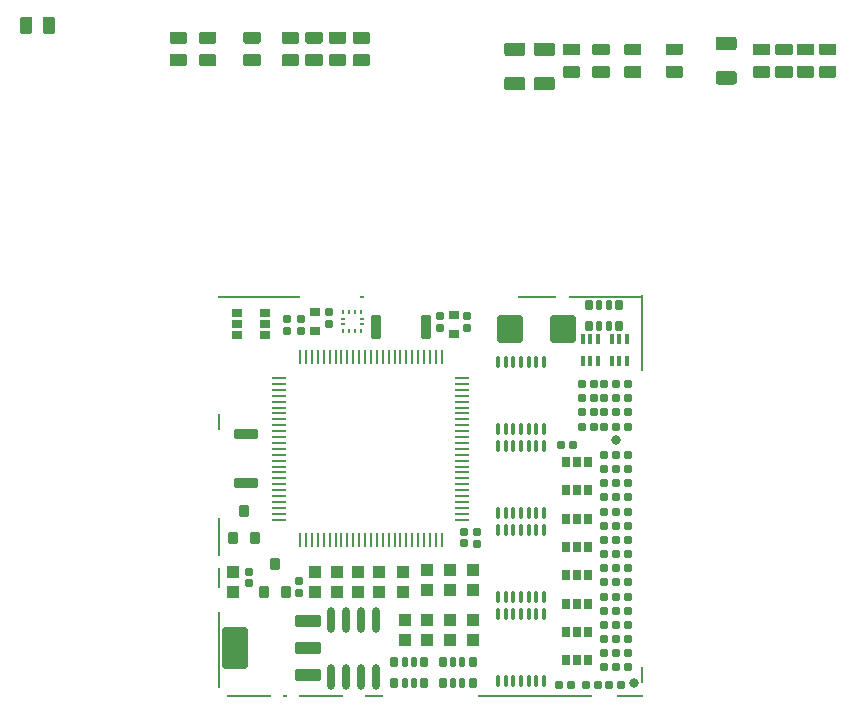
<source format=gtp>
G75*
G70*
%OFA0B0*%
%FSLAX25Y25*%
%IPPOS*%
%LPD*%
%AMOC8*
5,1,8,0,0,1.08239X$1,22.5*
%
%AMM59*
21,1,0.025590,0.026380,-0.000000,0.000000,0.000000*
21,1,0.020470,0.031500,-0.000000,0.000000,0.000000*
1,1,0.005120,0.010240,-0.013190*
1,1,0.005120,-0.010240,-0.013190*
1,1,0.005120,-0.010240,0.013190*
1,1,0.005120,0.010240,0.013190*
%
%AMM60*
21,1,0.017720,0.027950,-0.000000,0.000000,0.000000*
21,1,0.014170,0.031500,-0.000000,0.000000,0.000000*
1,1,0.003540,0.007090,-0.013980*
1,1,0.003540,-0.007090,-0.013980*
1,1,0.003540,-0.007090,0.013980*
1,1,0.003540,0.007090,0.013980*
%
%AMM61*
21,1,0.012600,0.028980,-0.000000,0.000000,180.000000*
21,1,0.010080,0.031500,-0.000000,0.000000,180.000000*
1,1,0.002520,-0.005040,0.014490*
1,1,0.002520,0.005040,0.014490*
1,1,0.002520,0.005040,-0.014490*
1,1,0.002520,-0.005040,-0.014490*
%
%AMM62*
21,1,0.023620,0.030710,-0.000000,0.000000,270.000000*
21,1,0.018900,0.035430,-0.000000,0.000000,270.000000*
1,1,0.004720,-0.015350,-0.009450*
1,1,0.004720,-0.015350,0.009450*
1,1,0.004720,0.015350,0.009450*
1,1,0.004720,0.015350,-0.009450*
%
%AMM63*
21,1,0.027560,0.018900,-0.000000,0.000000,180.000000*
21,1,0.022840,0.023620,-0.000000,0.000000,180.000000*
1,1,0.004720,-0.011420,0.009450*
1,1,0.004720,0.011420,0.009450*
1,1,0.004720,0.011420,-0.009450*
1,1,0.004720,-0.011420,-0.009450*
%
%AMM64*
21,1,0.031500,0.072440,-0.000000,0.000000,180.000000*
21,1,0.025200,0.078740,-0.000000,0.000000,180.000000*
1,1,0.006300,-0.012600,0.036220*
1,1,0.006300,0.012600,0.036220*
1,1,0.006300,0.012600,-0.036220*
1,1,0.006300,-0.012600,-0.036220*
%
%AMM65*
21,1,0.027560,0.018900,-0.000000,0.000000,270.000000*
21,1,0.022840,0.023620,-0.000000,0.000000,270.000000*
1,1,0.004720,-0.009450,-0.011420*
1,1,0.004720,-0.009450,0.011420*
1,1,0.004720,0.009450,0.011420*
1,1,0.004720,0.009450,-0.011420*
%
%AMM66*
21,1,0.023620,0.030710,-0.000000,0.000000,0.000000*
21,1,0.018900,0.035430,-0.000000,0.000000,0.000000*
1,1,0.004720,0.009450,-0.015350*
1,1,0.004720,-0.009450,-0.015350*
1,1,0.004720,-0.009450,0.015350*
1,1,0.004720,0.009450,0.015350*
%
%AMM67*
21,1,0.035430,0.030320,-0.000000,0.000000,0.000000*
21,1,0.028350,0.037400,-0.000000,0.000000,0.000000*
1,1,0.007090,0.014170,-0.015160*
1,1,0.007090,-0.014170,-0.015160*
1,1,0.007090,-0.014170,0.015160*
1,1,0.007090,0.014170,0.015160*
%
%AMM68*
21,1,0.043310,0.075980,-0.000000,0.000000,90.000000*
21,1,0.034650,0.084650,-0.000000,0.000000,90.000000*
1,1,0.008660,0.037990,0.017320*
1,1,0.008660,0.037990,-0.017320*
1,1,0.008660,-0.037990,-0.017320*
1,1,0.008660,-0.037990,0.017320*
%
%AMM69*
21,1,0.039370,0.035430,-0.000000,0.000000,90.000000*
21,1,0.031500,0.043310,-0.000000,0.000000,90.000000*
1,1,0.007870,0.017720,0.015750*
1,1,0.007870,0.017720,-0.015750*
1,1,0.007870,-0.017720,-0.015750*
1,1,0.007870,-0.017720,0.015750*
%
%AMM70*
21,1,0.027560,0.030710,-0.000000,0.000000,90.000000*
21,1,0.022050,0.036220,-0.000000,0.000000,90.000000*
1,1,0.005510,0.015350,0.011020*
1,1,0.005510,0.015350,-0.011020*
1,1,0.005510,-0.015350,-0.011020*
1,1,0.005510,-0.015350,0.011020*
%
%AMM71*
21,1,0.031500,0.072440,-0.000000,0.000000,90.000000*
21,1,0.025200,0.078740,-0.000000,0.000000,90.000000*
1,1,0.006300,0.036220,0.012600*
1,1,0.006300,0.036220,-0.012600*
1,1,0.006300,-0.036220,-0.012600*
1,1,0.006300,-0.036220,0.012600*
%
%AMM72*
21,1,0.137800,0.067720,-0.000000,0.000000,90.000000*
21,1,0.120870,0.084650,-0.000000,0.000000,90.000000*
1,1,0.016930,0.033860,0.060430*
1,1,0.016930,0.033860,-0.060430*
1,1,0.016930,-0.033860,-0.060430*
1,1,0.016930,-0.033860,0.060430*
%
%AMM73*
21,1,0.043310,0.075990,-0.000000,0.000000,90.000000*
21,1,0.034650,0.084650,-0.000000,0.000000,90.000000*
1,1,0.008660,0.037990,0.017320*
1,1,0.008660,0.037990,-0.017320*
1,1,0.008660,-0.037990,-0.017320*
1,1,0.008660,-0.037990,0.017320*
%
%AMM74*
21,1,0.086610,0.073230,-0.000000,0.000000,180.000000*
21,1,0.069290,0.090550,-0.000000,0.000000,180.000000*
1,1,0.017320,-0.034650,0.036610*
1,1,0.017320,0.034650,0.036610*
1,1,0.017320,0.034650,-0.036610*
1,1,0.017320,-0.034650,-0.036610*
%
%ADD13R,0.14567X0.00787*%
%ADD14R,0.01575X0.00787*%
%ADD147M59*%
%ADD148M60*%
%ADD149M61*%
%ADD15R,0.06299X0.00787*%
%ADD150O,0.01181X0.04331*%
%ADD151M62*%
%ADD152M63*%
%ADD153M64*%
%ADD154M65*%
%ADD155M66*%
%ADD156M67*%
%ADD157O,0.02362X0.08661*%
%ADD158M68*%
%ADD159M69*%
%ADD16R,0.38189X0.00787*%
%ADD160M70*%
%ADD161M71*%
%ADD162M72*%
%ADD163M73*%
%ADD164M74*%
%ADD17R,0.09055X0.00787*%
%ADD18R,0.00787X0.05512*%
%ADD19R,0.00787X0.25197*%
%ADD20R,0.00787X0.06693*%
%ADD21R,0.00787X0.12992*%
%ADD22R,0.27559X0.00787*%
%ADD23R,0.12992X0.00787*%
%ADD24R,0.24803X0.00787*%
%ADD25C,0.03150*%
%ADD39O,0.04724X0.00866*%
%ADD40O,0.00866X0.04724*%
%ADD57R,0.01378X0.00984*%
%ADD58R,0.00984X0.01378*%
X0000000Y0000000D02*
%LPD*%
G01*
G36*
G01*
X0129429Y0267520D02*
X0134350Y0267520D01*
G75*
G02*
X0134744Y0267126I0000000J-000394D01*
G01*
X0134744Y0263976D01*
G75*
G02*
X0134350Y0263583I-000394J0000000D01*
G01*
X0129429Y0263583D01*
G75*
G02*
X0129035Y0263976I0000000J0000394D01*
G01*
X0129035Y0267126D01*
G75*
G02*
X0129429Y0267520I0000394J0000000D01*
G01*
G37*
G36*
G01*
X0129429Y0260039D02*
X0134350Y0260039D01*
G75*
G02*
X0134744Y0259646I0000000J-000394D01*
G01*
X0134744Y0256496D01*
G75*
G02*
X0134350Y0256102I-000394J0000000D01*
G01*
X0129429Y0256102D01*
G75*
G02*
X0129035Y0256496I0000000J0000394D01*
G01*
X0129035Y0259646D01*
G75*
G02*
X0129429Y0260039I0000394J0000000D01*
G01*
G37*
G36*
G01*
X0034035Y0267224D02*
X0034035Y0272146D01*
G75*
G02*
X0034429Y0272539I0000394J0000000D01*
G01*
X0037579Y0272539D01*
G75*
G02*
X0037972Y0272146I0000000J-000394D01*
G01*
X0037972Y0267224D01*
G75*
G02*
X0037579Y0266831I-000394J0000000D01*
G01*
X0034429Y0266831D01*
G75*
G02*
X0034035Y0267224I0000000J0000394D01*
G01*
G37*
G36*
G01*
X0041516Y0267224D02*
X0041516Y0272146D01*
G75*
G02*
X0041910Y0272539I0000394J0000000D01*
G01*
X0045059Y0272539D01*
G75*
G02*
X0045453Y0272146I0000000J-000394D01*
G01*
X0045453Y0267224D01*
G75*
G02*
X0045059Y0266831I-000394J0000000D01*
G01*
X0041910Y0266831D01*
G75*
G02*
X0041516Y0267224I0000000J0000394D01*
G01*
G37*
G36*
G01*
X0121555Y0267520D02*
X0126476Y0267520D01*
G75*
G02*
X0126870Y0267126I0000000J-000394D01*
G01*
X0126870Y0263976D01*
G75*
G02*
X0126476Y0263583I-000394J0000000D01*
G01*
X0121555Y0263583D01*
G75*
G02*
X0121161Y0263976I0000000J0000394D01*
G01*
X0121161Y0267126D01*
G75*
G02*
X0121555Y0267520I0000394J0000000D01*
G01*
G37*
G36*
G01*
X0121555Y0260039D02*
X0126476Y0260039D01*
G75*
G02*
X0126870Y0259646I0000000J-000394D01*
G01*
X0126870Y0256496D01*
G75*
G02*
X0126476Y0256102I-000394J0000000D01*
G01*
X0121555Y0256102D01*
G75*
G02*
X0121161Y0256496I0000000J0000394D01*
G01*
X0121161Y0259646D01*
G75*
G02*
X0121555Y0260039I0000394J0000000D01*
G01*
G37*
G36*
G01*
X0084154Y0267520D02*
X0089075Y0267520D01*
G75*
G02*
X0089469Y0267126I0000000J-000394D01*
G01*
X0089469Y0263976D01*
G75*
G02*
X0089075Y0263583I-000394J0000000D01*
G01*
X0084154Y0263583D01*
G75*
G02*
X0083760Y0263976I0000000J0000394D01*
G01*
X0083760Y0267126D01*
G75*
G02*
X0084154Y0267520I0000394J0000000D01*
G01*
G37*
G36*
G01*
X0084154Y0260039D02*
X0089075Y0260039D01*
G75*
G02*
X0089469Y0259646I0000000J-000394D01*
G01*
X0089469Y0256496D01*
G75*
G02*
X0089075Y0256102I-000394J0000000D01*
G01*
X0084154Y0256102D01*
G75*
G02*
X0083760Y0256496I0000000J0000394D01*
G01*
X0083760Y0259646D01*
G75*
G02*
X0084154Y0260039I0000394J0000000D01*
G01*
G37*
G36*
G01*
X0205118Y0260256D02*
X0205118Y0262972D01*
G75*
G02*
X0206024Y0263878I0000906J0000000D01*
G01*
X0211299Y0263878D01*
G75*
G02*
X0212205Y0262972I0000000J-000906D01*
G01*
X0212205Y0260256D01*
G75*
G02*
X0211299Y0259350I-000906J0000000D01*
G01*
X0206024Y0259350D01*
G75*
G02*
X0205118Y0260256I0000000J0000906D01*
G01*
G37*
G36*
G01*
X0205118Y0248839D02*
X0205118Y0251555D01*
G75*
G02*
X0206024Y0252461I0000906J0000000D01*
G01*
X0211299Y0252461D01*
G75*
G02*
X0212205Y0251555I0000000J-000906D01*
G01*
X0212205Y0248839D01*
G75*
G02*
X0211299Y0247933I-000906J0000000D01*
G01*
X0206024Y0247933D01*
G75*
G02*
X0205118Y0248839I0000000J0000906D01*
G01*
G37*
G36*
G01*
X0108760Y0267520D02*
X0113681Y0267520D01*
G75*
G02*
X0114075Y0267126I0000000J-000394D01*
G01*
X0114075Y0263976D01*
G75*
G02*
X0113681Y0263583I-000394J0000000D01*
G01*
X0108760Y0263583D01*
G75*
G02*
X0108366Y0263976I0000000J0000394D01*
G01*
X0108366Y0267126D01*
G75*
G02*
X0108760Y0267520I0000394J0000000D01*
G01*
G37*
G36*
G01*
X0108760Y0260039D02*
X0113681Y0260039D01*
G75*
G02*
X0114075Y0259646I0000000J-000394D01*
G01*
X0114075Y0256496D01*
G75*
G02*
X0113681Y0256102I-000394J0000000D01*
G01*
X0108760Y0256102D01*
G75*
G02*
X0108366Y0256496I0000000J0000394D01*
G01*
X0108366Y0259646D01*
G75*
G02*
X0108760Y0260039I0000394J0000000D01*
G01*
G37*
G36*
G01*
X0265748Y0262224D02*
X0265748Y0264941D01*
G75*
G02*
X0266654Y0265846I0000906J0000000D01*
G01*
X0271929Y0265846D01*
G75*
G02*
X0272835Y0264941I0000000J-000906D01*
G01*
X0272835Y0262224D01*
G75*
G02*
X0271929Y0261319I-000906J0000000D01*
G01*
X0266654Y0261319D01*
G75*
G02*
X0265748Y0262224I0000000J0000906D01*
G01*
G37*
G36*
G01*
X0265748Y0250807D02*
X0265748Y0253524D01*
G75*
G02*
X0266654Y0254429I0000906J0000000D01*
G01*
X0271929Y0254429D01*
G75*
G02*
X0272835Y0253524I0000000J-000906D01*
G01*
X0272835Y0250807D01*
G75*
G02*
X0271929Y0249902I-000906J0000000D01*
G01*
X0266654Y0249902D01*
G75*
G02*
X0265748Y0250807I0000000J0000906D01*
G01*
G37*
G36*
G01*
X0195276Y0260256D02*
X0195276Y0262972D01*
G75*
G02*
X0196181Y0263878I0000906J0000000D01*
G01*
X0201457Y0263878D01*
G75*
G02*
X0202362Y0262972I0000000J-000906D01*
G01*
X0202362Y0260256D01*
G75*
G02*
X0201457Y0259350I-000906J0000000D01*
G01*
X0196181Y0259350D01*
G75*
G02*
X0195276Y0260256I0000000J0000906D01*
G01*
G37*
G36*
G01*
X0195276Y0248839D02*
X0195276Y0251555D01*
G75*
G02*
X0196181Y0252461I0000906J0000000D01*
G01*
X0201457Y0252461D01*
G75*
G02*
X0202362Y0251555I0000000J-000906D01*
G01*
X0202362Y0248839D01*
G75*
G02*
X0201457Y0247933I-000906J0000000D01*
G01*
X0196181Y0247933D01*
G75*
G02*
X0195276Y0248839I0000000J0000906D01*
G01*
G37*
G36*
G01*
X0249508Y0263583D02*
X0254429Y0263583D01*
G75*
G02*
X0254823Y0263189I0000000J-000394D01*
G01*
X0254823Y0260039D01*
G75*
G02*
X0254429Y0259646I-000394J0000000D01*
G01*
X0249508Y0259646D01*
G75*
G02*
X0249114Y0260039I0000000J0000394D01*
G01*
X0249114Y0263189D01*
G75*
G02*
X0249508Y0263583I0000394J0000000D01*
G01*
G37*
G36*
G01*
X0249508Y0256102D02*
X0254429Y0256102D01*
G75*
G02*
X0254823Y0255709I0000000J-000394D01*
G01*
X0254823Y0252559D01*
G75*
G02*
X0254429Y0252165I-000394J0000000D01*
G01*
X0249508Y0252165D01*
G75*
G02*
X0249114Y0252559I0000000J0000394D01*
G01*
X0249114Y0255709D01*
G75*
G02*
X0249508Y0256102I0000394J0000000D01*
G01*
G37*
G36*
G01*
X0145177Y0267520D02*
X0150098Y0267520D01*
G75*
G02*
X0150492Y0267126I0000000J-000394D01*
G01*
X0150492Y0263976D01*
G75*
G02*
X0150098Y0263583I-000394J0000000D01*
G01*
X0145177Y0263583D01*
G75*
G02*
X0144783Y0263976I0000000J0000394D01*
G01*
X0144783Y0267126D01*
G75*
G02*
X0145177Y0267520I0000394J0000000D01*
G01*
G37*
G36*
G01*
X0145177Y0260039D02*
X0150098Y0260039D01*
G75*
G02*
X0150492Y0259646I0000000J-000394D01*
G01*
X0150492Y0256496D01*
G75*
G02*
X0150098Y0256102I-000394J0000000D01*
G01*
X0145177Y0256102D01*
G75*
G02*
X0144783Y0256496I0000000J0000394D01*
G01*
X0144783Y0259646D01*
G75*
G02*
X0145177Y0260039I0000394J0000000D01*
G01*
G37*
G36*
G01*
X0300689Y0263583D02*
X0305610Y0263583D01*
G75*
G02*
X0306004Y0263189I0000000J-000394D01*
G01*
X0306004Y0260039D01*
G75*
G02*
X0305610Y0259646I-000394J0000000D01*
G01*
X0300689Y0259646D01*
G75*
G02*
X0300295Y0260039I0000000J0000394D01*
G01*
X0300295Y0263189D01*
G75*
G02*
X0300689Y0263583I0000394J0000000D01*
G01*
G37*
G36*
G01*
X0300689Y0256102D02*
X0305610Y0256102D01*
G75*
G02*
X0306004Y0255709I0000000J-000394D01*
G01*
X0306004Y0252559D01*
G75*
G02*
X0305610Y0252165I-000394J0000000D01*
G01*
X0300689Y0252165D01*
G75*
G02*
X0300295Y0252559I0000000J0000394D01*
G01*
X0300295Y0255709D01*
G75*
G02*
X0300689Y0256102I0000394J0000000D01*
G01*
G37*
G36*
G01*
X0278642Y0263583D02*
X0283563Y0263583D01*
G75*
G02*
X0283957Y0263189I0000000J-000394D01*
G01*
X0283957Y0260039D01*
G75*
G02*
X0283563Y0259646I-000394J0000000D01*
G01*
X0278642Y0259646D01*
G75*
G02*
X0278248Y0260039I0000000J0000394D01*
G01*
X0278248Y0263189D01*
G75*
G02*
X0278642Y0263583I0000394J0000000D01*
G01*
G37*
G36*
G01*
X0278642Y0256102D02*
X0283563Y0256102D01*
G75*
G02*
X0283957Y0255709I0000000J-000394D01*
G01*
X0283957Y0252559D01*
G75*
G02*
X0283563Y0252165I-000394J0000000D01*
G01*
X0278642Y0252165D01*
G75*
G02*
X0278248Y0252559I0000000J0000394D01*
G01*
X0278248Y0255709D01*
G75*
G02*
X0278642Y0256102I0000394J0000000D01*
G01*
G37*
G36*
G01*
X0286122Y0263583D02*
X0291043Y0263583D01*
G75*
G02*
X0291437Y0263189I0000000J-000394D01*
G01*
X0291437Y0260039D01*
G75*
G02*
X0291043Y0259646I-000394J0000000D01*
G01*
X0286122Y0259646D01*
G75*
G02*
X0285728Y0260039I0000000J0000394D01*
G01*
X0285728Y0263189D01*
G75*
G02*
X0286122Y0263583I0000394J0000000D01*
G01*
G37*
G36*
G01*
X0286122Y0256102D02*
X0291043Y0256102D01*
G75*
G02*
X0291437Y0255709I0000000J-000394D01*
G01*
X0291437Y0252559D01*
G75*
G02*
X0291043Y0252165I-000394J0000000D01*
G01*
X0286122Y0252165D01*
G75*
G02*
X0285728Y0252559I0000000J0000394D01*
G01*
X0285728Y0255709D01*
G75*
G02*
X0286122Y0256102I0000394J0000000D01*
G01*
G37*
G36*
G01*
X0137303Y0267520D02*
X0142224Y0267520D01*
G75*
G02*
X0142618Y0267126I0000000J-000394D01*
G01*
X0142618Y0263976D01*
G75*
G02*
X0142224Y0263583I-000394J0000000D01*
G01*
X0137303Y0263583D01*
G75*
G02*
X0136909Y0263976I0000000J0000394D01*
G01*
X0136909Y0267126D01*
G75*
G02*
X0137303Y0267520I0000394J0000000D01*
G01*
G37*
G36*
G01*
X0137303Y0260039D02*
X0142224Y0260039D01*
G75*
G02*
X0142618Y0259646I0000000J-000394D01*
G01*
X0142618Y0256496D01*
G75*
G02*
X0142224Y0256102I-000394J0000000D01*
G01*
X0137303Y0256102D01*
G75*
G02*
X0136909Y0256496I0000000J0000394D01*
G01*
X0136909Y0259646D01*
G75*
G02*
X0137303Y0260039I0000394J0000000D01*
G01*
G37*
G36*
G01*
X0293209Y0263583D02*
X0298130Y0263583D01*
G75*
G02*
X0298524Y0263189I0000000J-000394D01*
G01*
X0298524Y0260039D01*
G75*
G02*
X0298130Y0259646I-000394J0000000D01*
G01*
X0293209Y0259646D01*
G75*
G02*
X0292815Y0260039I0000000J0000394D01*
G01*
X0292815Y0263189D01*
G75*
G02*
X0293209Y0263583I0000394J0000000D01*
G01*
G37*
G36*
G01*
X0293209Y0256102D02*
X0298130Y0256102D01*
G75*
G02*
X0298524Y0255709I0000000J-000394D01*
G01*
X0298524Y0252559D01*
G75*
G02*
X0298130Y0252165I-000394J0000000D01*
G01*
X0293209Y0252165D01*
G75*
G02*
X0292815Y0252559I0000000J0000394D01*
G01*
X0292815Y0255709D01*
G75*
G02*
X0293209Y0256102I0000394J0000000D01*
G01*
G37*
G36*
G01*
X0093996Y0267520D02*
X0098917Y0267520D01*
G75*
G02*
X0099311Y0267126I0000000J-000394D01*
G01*
X0099311Y0263976D01*
G75*
G02*
X0098917Y0263583I-000394J0000000D01*
G01*
X0093996Y0263583D01*
G75*
G02*
X0093602Y0263976I0000000J0000394D01*
G01*
X0093602Y0267126D01*
G75*
G02*
X0093996Y0267520I0000394J0000000D01*
G01*
G37*
G36*
G01*
X0093996Y0260039D02*
X0098917Y0260039D01*
G75*
G02*
X0099311Y0259646I0000000J-000394D01*
G01*
X0099311Y0256496D01*
G75*
G02*
X0098917Y0256102I-000394J0000000D01*
G01*
X0093996Y0256102D01*
G75*
G02*
X0093602Y0256496I0000000J0000394D01*
G01*
X0093602Y0259646D01*
G75*
G02*
X0093996Y0260039I0000394J0000000D01*
G01*
G37*
G36*
G01*
X0225098Y0263583D02*
X0230020Y0263583D01*
G75*
G02*
X0230413Y0263189I0000000J-000394D01*
G01*
X0230413Y0260039D01*
G75*
G02*
X0230020Y0259646I-000394J0000000D01*
G01*
X0225098Y0259646D01*
G75*
G02*
X0224705Y0260039I0000000J0000394D01*
G01*
X0224705Y0263189D01*
G75*
G02*
X0225098Y0263583I0000394J0000000D01*
G01*
G37*
G36*
G01*
X0225098Y0256102D02*
X0230020Y0256102D01*
G75*
G02*
X0230413Y0255709I0000000J-000394D01*
G01*
X0230413Y0252559D01*
G75*
G02*
X0230020Y0252165I-000394J0000000D01*
G01*
X0225098Y0252165D01*
G75*
G02*
X0224705Y0252559I0000000J0000394D01*
G01*
X0224705Y0255709D01*
G75*
G02*
X0225098Y0256102I0000394J0000000D01*
G01*
G37*
G36*
G01*
X0235728Y0263583D02*
X0240650Y0263583D01*
G75*
G02*
X0241043Y0263189I0000000J-000394D01*
G01*
X0241043Y0260039D01*
G75*
G02*
X0240650Y0259646I-000394J0000000D01*
G01*
X0235728Y0259646D01*
G75*
G02*
X0235335Y0260039I0000000J0000394D01*
G01*
X0235335Y0263189D01*
G75*
G02*
X0235728Y0263583I0000394J0000000D01*
G01*
G37*
G36*
G01*
X0235728Y0256102D02*
X0240650Y0256102D01*
G75*
G02*
X0241043Y0255709I0000000J-000394D01*
G01*
X0241043Y0252559D01*
G75*
G02*
X0240650Y0252165I-000394J0000000D01*
G01*
X0235728Y0252165D01*
G75*
G02*
X0235335Y0252559I0000000J0000394D01*
G01*
X0235335Y0255709D01*
G75*
G02*
X0235728Y0256102I0000394J0000000D01*
G01*
G37*
G36*
G01*
X0215256Y0263583D02*
X0220177Y0263583D01*
G75*
G02*
X0220571Y0263189I0000000J-000394D01*
G01*
X0220571Y0260039D01*
G75*
G02*
X0220177Y0259646I-000394J0000000D01*
G01*
X0215256Y0259646D01*
G75*
G02*
X0214862Y0260039I0000000J0000394D01*
G01*
X0214862Y0263189D01*
G75*
G02*
X0215256Y0263583I0000394J0000000D01*
G01*
G37*
G36*
G01*
X0215256Y0256102D02*
X0220177Y0256102D01*
G75*
G02*
X0220571Y0255709I0000000J-000394D01*
G01*
X0220571Y0252559D01*
G75*
G02*
X0220177Y0252165I-000394J0000000D01*
G01*
X0215256Y0252165D01*
G75*
G02*
X0214862Y0252559I0000000J0000394D01*
G01*
X0214862Y0255709D01*
G75*
G02*
X0215256Y0256102I0000394J0000000D01*
G01*
G37*
X0241634Y0045768D02*
G01*
G75*
D40*
X0129232Y0158994D02*
D03*
X0144981Y0097970D02*
D03*
X0127264Y0158994D02*
D03*
X0131201Y0158994D02*
D03*
X0133169Y0158994D02*
D03*
X0135138Y0158994D02*
D03*
X0137106Y0158994D02*
D03*
X0139075Y0158994D02*
D03*
X0141043Y0158994D02*
D03*
X0143012Y0158994D02*
D03*
X0144981Y0158994D02*
D03*
X0146949Y0158994D02*
D03*
X0148918Y0158994D02*
D03*
X0150886Y0158994D02*
D03*
X0152855Y0158994D02*
D03*
X0154823Y0158994D02*
D03*
X0156792Y0158994D02*
D03*
X0158760Y0158994D02*
D03*
X0160729Y0158994D02*
D03*
X0162697Y0158994D02*
D03*
X0164666Y0158994D02*
D03*
X0166634Y0158994D02*
D03*
X0168602Y0158994D02*
D03*
X0170571Y0158994D02*
D03*
X0172539Y0158994D02*
D03*
X0174508Y0158994D02*
D03*
X0174508Y0097970D02*
D03*
X0172539Y0097970D02*
D03*
X0170571Y0097970D02*
D03*
X0168602Y0097970D02*
D03*
X0166634Y0097970D02*
D03*
X0164666Y0097970D02*
D03*
X0162697Y0097970D02*
D03*
X0160729Y0097970D02*
D03*
X0158760Y0097970D02*
D03*
X0156792Y0097970D02*
D03*
X0154823Y0097970D02*
D03*
X0152855Y0097970D02*
D03*
X0150886Y0097970D02*
D03*
X0148918Y0097970D02*
D03*
X0146949Y0097970D02*
D03*
X0143012Y0097970D02*
D03*
X0141043Y0097970D02*
D03*
X0139075Y0097970D02*
D03*
X0137106Y0097970D02*
D03*
X0135138Y0097970D02*
D03*
X0133169Y0097970D02*
D03*
X0131201Y0097970D02*
D03*
X0129232Y0097970D02*
D03*
X0127264Y0097970D02*
D03*
D39*
X0181398Y0106829D02*
D03*
X0120374Y0104860D02*
D03*
X0120374Y0106829D02*
D03*
X0120374Y0108797D02*
D03*
X0120374Y0110766D02*
D03*
X0120374Y0112734D02*
D03*
X0120374Y0114703D02*
D03*
X0120374Y0116671D02*
D03*
X0120374Y0118640D02*
D03*
X0120374Y0120608D02*
D03*
X0120374Y0122577D02*
D03*
X0120374Y0124545D02*
D03*
X0120374Y0126514D02*
D03*
X0120374Y0128482D02*
D03*
X0120374Y0130451D02*
D03*
X0120374Y0132419D02*
D03*
X0120374Y0134388D02*
D03*
X0120374Y0136356D02*
D03*
X0120374Y0138325D02*
D03*
X0120374Y0140293D02*
D03*
X0120374Y0142262D02*
D03*
X0120374Y0144230D02*
D03*
X0120374Y0146199D02*
D03*
X0120374Y0148167D02*
D03*
X0120374Y0150136D02*
D03*
X0120374Y0152104D02*
D03*
X0181398Y0152104D02*
D03*
X0181398Y0150136D02*
D03*
X0181398Y0148167D02*
D03*
X0181398Y0146199D02*
D03*
X0181398Y0144230D02*
D03*
X0181398Y0142262D02*
D03*
X0181398Y0140293D02*
D03*
X0181398Y0138325D02*
D03*
X0181398Y0136356D02*
D03*
X0181398Y0134388D02*
D03*
X0181398Y0132419D02*
D03*
X0181398Y0130451D02*
D03*
X0181398Y0128482D02*
D03*
X0181398Y0126514D02*
D03*
X0181398Y0124545D02*
D03*
X0181398Y0122577D02*
D03*
X0181398Y0120608D02*
D03*
X0181398Y0118640D02*
D03*
X0181398Y0116671D02*
D03*
X0181398Y0114703D02*
D03*
X0181398Y0112734D02*
D03*
X0181398Y0110766D02*
D03*
X0181398Y0108797D02*
D03*
X0181398Y0104860D02*
D03*
D21*
X0100295Y0099115D02*
D03*
D20*
X0100295Y0085335D02*
D03*
D23*
X0206398Y0179233D02*
D03*
D18*
X0100295Y0137500D02*
D03*
X0241240Y0053248D02*
D03*
D19*
X0241240Y0167028D02*
D03*
X0100295Y0061516D02*
D03*
D16*
X0205610Y0046162D02*
D03*
D17*
X0237106Y0046162D02*
D03*
D15*
X0151870Y0046162D02*
D03*
D24*
X0229232Y0179233D02*
D03*
D22*
X0113681Y0179233D02*
D03*
D13*
X0134351Y0046162D02*
D03*
X0110335Y0046162D02*
D03*
D14*
X0122343Y0046162D02*
D03*
X0147933Y0179233D02*
D03*
D147*
X0223544Y0169390D02*
D03*
X0223544Y0176477D02*
D03*
X0233583Y0176477D02*
D03*
X0233583Y0169390D02*
D03*
X0174803Y0057579D02*
D03*
X0174803Y0050492D02*
D03*
X0184843Y0050492D02*
D03*
X0184843Y0057579D02*
D03*
X0168701Y0057579D02*
D03*
X0168701Y0050492D02*
D03*
X0158661Y0050492D02*
D03*
X0158661Y0057579D02*
D03*
D148*
X0226988Y0169390D02*
D03*
X0230138Y0169390D02*
D03*
X0230138Y0176477D02*
D03*
X0226988Y0176477D02*
D03*
X0181398Y0050492D02*
D03*
X0178248Y0050492D02*
D03*
X0178248Y0057579D02*
D03*
X0181398Y0057579D02*
D03*
X0165256Y0057579D02*
D03*
X0162106Y0057579D02*
D03*
X0162106Y0050492D02*
D03*
X0165256Y0050492D02*
D03*
D149*
X0226540Y0165178D02*
D03*
X0223981Y0165178D02*
D03*
X0221421Y0165178D02*
D03*
X0226540Y0157698D02*
D03*
X0221421Y0157698D02*
D03*
X0223981Y0157698D02*
D03*
X0231165Y0157698D02*
D03*
X0236284Y0157698D02*
D03*
X0231165Y0165178D02*
D03*
X0233725Y0165178D02*
D03*
X0236284Y0165178D02*
D03*
X0233725Y0157698D02*
D03*
D150*
X0198327Y0101477D02*
D03*
X0198327Y0129429D02*
D03*
X0198327Y0073524D02*
D03*
X0203445Y0079036D02*
D03*
X0193209Y0106989D02*
D03*
X0195768Y0106989D02*
D03*
X0198327Y0106989D02*
D03*
X0200886Y0106989D02*
D03*
X0203445Y0106989D02*
D03*
X0206004Y0106989D02*
D03*
X0208563Y0106989D02*
D03*
X0193209Y0129429D02*
D03*
X0195768Y0129429D02*
D03*
X0200886Y0129429D02*
D03*
X0203445Y0129429D02*
D03*
X0206004Y0129429D02*
D03*
X0208563Y0129429D02*
D03*
X0193209Y0051083D02*
D03*
X0195768Y0051083D02*
D03*
X0198327Y0051083D02*
D03*
X0200886Y0051083D02*
D03*
X0203445Y0051083D02*
D03*
X0206004Y0051083D02*
D03*
X0208563Y0051083D02*
D03*
X0193209Y0073524D02*
D03*
X0195768Y0073524D02*
D03*
X0200886Y0073524D02*
D03*
X0203445Y0073524D02*
D03*
X0206004Y0073524D02*
D03*
X0208563Y0073524D02*
D03*
X0193209Y0079036D02*
D03*
X0195768Y0079036D02*
D03*
X0198327Y0079036D02*
D03*
X0200886Y0079036D02*
D03*
X0206004Y0079036D02*
D03*
X0208563Y0079036D02*
D03*
X0193209Y0101477D02*
D03*
X0195768Y0101477D02*
D03*
X0200886Y0101477D02*
D03*
X0203445Y0101477D02*
D03*
X0206004Y0101477D02*
D03*
X0208563Y0101477D02*
D03*
X0208563Y0157382D02*
D03*
X0206004Y0157382D02*
D03*
X0203445Y0157382D02*
D03*
X0200886Y0157382D02*
D03*
X0198327Y0157382D02*
D03*
X0195768Y0157382D02*
D03*
X0193209Y0157382D02*
D03*
X0208563Y0134941D02*
D03*
X0206004Y0134941D02*
D03*
X0203445Y0134941D02*
D03*
X0200886Y0134941D02*
D03*
X0198327Y0134941D02*
D03*
X0195768Y0134941D02*
D03*
X0193209Y0134941D02*
D03*
D151*
X0106201Y0170177D02*
D03*
X0106201Y0173918D02*
D03*
X0106201Y0166437D02*
D03*
X0115650Y0166437D02*
D03*
X0115650Y0170177D02*
D03*
X0115650Y0173918D02*
D03*
D152*
X0127461Y0171627D02*
D03*
X0122736Y0171627D02*
D03*
X0137008Y0170158D02*
D03*
X0110223Y0083618D02*
D03*
X0186089Y0096930D02*
D03*
X0127461Y0167691D02*
D03*
X0137008Y0174096D02*
D03*
X0173992Y0168796D02*
D03*
X0173992Y0172733D02*
D03*
X0183047Y0168796D02*
D03*
X0183047Y0172733D02*
D03*
X0122736Y0167691D02*
D03*
X0110223Y0087555D02*
D03*
X0126938Y0080478D02*
D03*
X0126938Y0084415D02*
D03*
X0186089Y0100867D02*
D03*
X0181793Y0100886D02*
D03*
X0181793Y0096949D02*
D03*
D58*
X0145643Y0174084D02*
D03*
X0147611Y0174084D02*
D03*
X0143674Y0167785D02*
D03*
X0145643Y0167785D02*
D03*
X0141706Y0167785D02*
D03*
X0147611Y0167785D02*
D03*
X0141706Y0174084D02*
D03*
X0143674Y0174084D02*
D03*
D57*
X0147808Y0171919D02*
D03*
X0147808Y0169950D02*
D03*
X0141509Y0169950D02*
D03*
X0141509Y0171919D02*
D03*
D153*
X0152658Y0169179D02*
D03*
X0169193Y0169179D02*
D03*
D154*
X0225099Y0140650D02*
D03*
X0225099Y0150099D02*
D03*
X0225099Y0145374D02*
D03*
X0225099Y0135926D02*
D03*
X0236516Y0150099D02*
D03*
X0236516Y0140650D02*
D03*
X0236516Y0145374D02*
D03*
X0236516Y0135926D02*
D03*
X0218119Y0129716D02*
D03*
X0214182Y0129716D02*
D03*
X0232579Y0135926D02*
D03*
D03*
X0228642Y0135926D02*
D03*
X0232579Y0140650D02*
D03*
X0228642Y0140650D02*
D03*
X0221162Y0135926D02*
D03*
X0232579Y0145374D02*
D03*
X0228642Y0145374D02*
D03*
X0221162Y0140650D02*
D03*
X0221162Y0145374D02*
D03*
X0232579Y0150099D02*
D03*
X0228642Y0150099D02*
D03*
X0232579Y0150099D02*
D03*
X0221162Y0150099D02*
D03*
X0232579Y0140650D02*
D03*
X0232579Y0145374D02*
D03*
X0230217Y0049902D02*
D03*
X0234154Y0049902D02*
D03*
X0232579Y0074508D02*
D03*
X0236516Y0074508D02*
D03*
X0232579Y0088681D02*
D03*
X0236516Y0088681D02*
D03*
X0228642Y0107579D02*
D03*
X0232579Y0107579D02*
D03*
X0236516Y0107579D02*
D03*
X0232579Y0107579D02*
D03*
X0228642Y0121752D02*
D03*
X0232579Y0121752D02*
D03*
X0213484Y0049902D02*
D03*
X0217421Y0049902D02*
D03*
X0232579Y0055611D02*
D03*
X0228642Y0055611D02*
D03*
X0232579Y0060335D02*
D03*
X0228642Y0060335D02*
D03*
X0232579Y0065059D02*
D03*
X0228642Y0065059D02*
D03*
X0232579Y0069784D02*
D03*
X0228642Y0069784D02*
D03*
X0232579Y0055611D02*
D03*
X0236516Y0055611D02*
D03*
X0232579Y0060335D02*
D03*
X0236516Y0060335D02*
D03*
X0232579Y0065059D02*
D03*
X0236516Y0065059D02*
D03*
X0232579Y0069784D02*
D03*
X0236516Y0069784D02*
D03*
X0232579Y0074508D02*
D03*
X0228642Y0074508D02*
D03*
X0232579Y0079233D02*
D03*
X0228642Y0079233D02*
D03*
X0232579Y0083957D02*
D03*
X0228642Y0083957D02*
D03*
X0232579Y0088681D02*
D03*
X0228642Y0088681D02*
D03*
X0232579Y0079233D02*
D03*
X0236516Y0079233D02*
D03*
X0232579Y0083957D02*
D03*
X0236516Y0083957D02*
D03*
X0228642Y0093406D02*
D03*
X0232579Y0093406D02*
D03*
X0228642Y0098130D02*
D03*
X0232579Y0098130D02*
D03*
X0228642Y0102855D02*
D03*
X0232579Y0102855D02*
D03*
X0236516Y0093406D02*
D03*
X0232579Y0093406D02*
D03*
X0236516Y0098130D02*
D03*
X0232579Y0098130D02*
D03*
X0236516Y0102855D02*
D03*
X0232579Y0102855D02*
D03*
X0228642Y0112304D02*
D03*
X0232579Y0112304D02*
D03*
X0228642Y0117028D02*
D03*
X0232579Y0117028D02*
D03*
X0228642Y0126477D02*
D03*
X0232579Y0126477D02*
D03*
X0236516Y0112304D02*
D03*
X0232579Y0112304D02*
D03*
X0236516Y0117028D02*
D03*
X0232579Y0117028D02*
D03*
X0236516Y0121752D02*
D03*
X0232579Y0121752D02*
D03*
X0236516Y0126477D02*
D03*
X0232579Y0126477D02*
D03*
X0222540Y0049902D02*
D03*
X0226477Y0049902D02*
D03*
D155*
X0219587Y0114666D02*
D03*
X0219587Y0095768D02*
D03*
X0219587Y0076870D02*
D03*
X0219587Y0057973D02*
D03*
X0215847Y0086319D02*
D03*
X0219587Y0086319D02*
D03*
X0223327Y0086319D02*
D03*
X0223327Y0076870D02*
D03*
X0215847Y0076870D02*
D03*
X0215847Y0067422D02*
D03*
X0219587Y0067422D02*
D03*
X0223327Y0067422D02*
D03*
X0223327Y0057973D02*
D03*
X0215847Y0057973D02*
D03*
X0215847Y0105217D02*
D03*
X0219587Y0105217D02*
D03*
X0223327Y0105217D02*
D03*
X0223327Y0095768D02*
D03*
X0215847Y0095768D02*
D03*
X0215847Y0124115D02*
D03*
X0219587Y0124115D02*
D03*
X0223327Y0124115D02*
D03*
X0223327Y0114666D02*
D03*
X0215847Y0114666D02*
D03*
D156*
X0122552Y0080681D02*
D03*
X0112303Y0098603D02*
D03*
D157*
X0147675Y0071359D02*
D03*
X0152675Y0052461D02*
D03*
X0137675Y0052461D02*
D03*
X0142675Y0052461D02*
D03*
X0147675Y0052461D02*
D03*
X0137675Y0071359D02*
D03*
X0142675Y0071359D02*
D03*
X0152675Y0071359D02*
D03*
D158*
X0130034Y0053051D02*
D03*
X0130034Y0071162D02*
D03*
D159*
X0161560Y0087513D02*
D03*
X0162108Y0071304D02*
D03*
X0169720Y0087990D02*
D03*
X0177331Y0087990D02*
D03*
X0169720Y0071304D02*
D03*
X0177331Y0071304D02*
D03*
X0184943Y0087990D02*
D03*
X0184943Y0071304D02*
D03*
X0161560Y0080820D02*
D03*
X0169720Y0081297D02*
D03*
X0177331Y0081297D02*
D03*
X0184943Y0081297D02*
D03*
X0169720Y0064611D02*
D03*
X0162108Y0064611D02*
D03*
X0153583Y0080820D02*
D03*
X0153583Y0087513D02*
D03*
X0146496Y0087513D02*
D03*
X0146496Y0080820D02*
D03*
X0139410Y0080820D02*
D03*
X0139410Y0087513D02*
D03*
X0132323Y0087513D02*
D03*
X0132323Y0080820D02*
D03*
X0177331Y0064611D02*
D03*
X0184943Y0064611D02*
D03*
X0104823Y0087513D02*
D03*
X0104823Y0080820D02*
D03*
D160*
X0132236Y0174187D02*
D03*
X0132236Y0167887D02*
D03*
X0178677Y0166827D02*
D03*
X0178677Y0173127D02*
D03*
D161*
X0109294Y0133562D02*
D03*
X0109294Y0117027D02*
D03*
D156*
X0104823Y0098603D02*
D03*
X0108563Y0107855D02*
D03*
X0115072Y0080681D02*
D03*
X0118812Y0089933D02*
D03*
D162*
X0105624Y0062107D02*
D03*
D163*
X0130034Y0062107D02*
D03*
D25*
X0232579Y0131398D02*
D03*
X0238484Y0050492D02*
D03*
D164*
X0214837Y0168589D02*
D03*
X0197121Y0168589D02*
D03*
M02*

</source>
